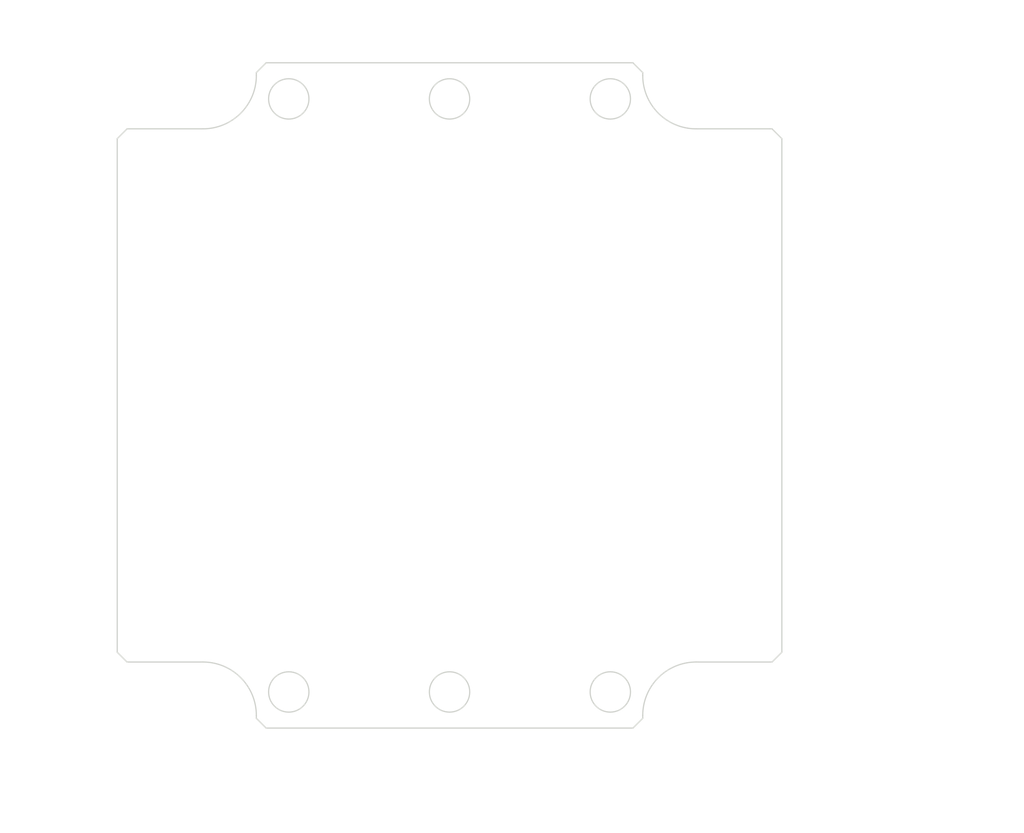
<source format=kicad_pcb>
(kicad_pcb (version 20171130) (host pcbnew "(5.1.0)-1")

  (general
    (thickness 1.6)
    (drawings 116)
    (tracks 0)
    (zones 0)
    (modules 0)
    (nets 1)
  )

  (page A4)
  (layers
    (0 F.Cu signal)
    (31 B.Cu signal)
    (32 B.Adhes user)
    (33 F.Adhes user)
    (34 B.Paste user)
    (35 F.Paste user)
    (36 B.SilkS user)
    (37 F.SilkS user)
    (38 B.Mask user)
    (39 F.Mask user)
    (40 Dwgs.User user)
    (41 Cmts.User user)
    (42 Eco1.User user)
    (43 Eco2.User user)
    (44 Edge.Cuts user)
    (45 Margin user)
    (46 B.CrtYd user)
    (47 F.CrtYd user)
    (48 B.Fab user)
    (49 F.Fab user)
  )

  (setup
    (last_trace_width 0.25)
    (trace_clearance 0.2)
    (zone_clearance 0.508)
    (zone_45_only no)
    (trace_min 0.2)
    (via_size 0.8)
    (via_drill 0.4)
    (via_min_size 0.4)
    (via_min_drill 0.3)
    (uvia_size 0.3)
    (uvia_drill 0.1)
    (uvias_allowed no)
    (uvia_min_size 0.2)
    (uvia_min_drill 0.1)
    (edge_width 0.05)
    (segment_width 0.2)
    (pcb_text_width 0.3)
    (pcb_text_size 1.5 1.5)
    (mod_edge_width 0.12)
    (mod_text_size 1 1)
    (mod_text_width 0.15)
    (pad_size 1.524 1.524)
    (pad_drill 0.762)
    (pad_to_mask_clearance 0.051)
    (solder_mask_min_width 0.25)
    (aux_axis_origin 0 0)
    (visible_elements FFFFFF7F)
    (pcbplotparams
      (layerselection 0x010fc_ffffffff)
      (usegerberextensions false)
      (usegerberattributes false)
      (usegerberadvancedattributes false)
      (creategerberjobfile false)
      (excludeedgelayer true)
      (linewidth 0.152400)
      (plotframeref false)
      (viasonmask false)
      (mode 1)
      (useauxorigin false)
      (hpglpennumber 1)
      (hpglpenspeed 20)
      (hpglpendiameter 15.000000)
      (psnegative false)
      (psa4output false)
      (plotreference true)
      (plotvalue true)
      (plotinvisibletext false)
      (padsonsilk false)
      (subtractmaskfromsilk false)
      (outputformat 1)
      (mirror false)
      (drillshape 1)
      (scaleselection 1)
      (outputdirectory ""))
  )

  (net 0 "")

  (net_class Default "This is the default net class."
    (clearance 0.2)
    (trace_width 0.25)
    (via_dia 0.8)
    (via_drill 0.4)
    (uvia_dia 0.3)
    (uvia_drill 0.1)
  )

  (gr_line (start 137.515141 138.37112) (end 137.515141 138.84102) (layer Edge.Cuts) (width 0.2))
  (gr_arc (start 146.151141 138.37112) (end 146.151141 129.73512) (angle -90) (layer Edge.Cuts) (width 0.2))
  (gr_line (start 158.432041 129.73512) (end 146.151141 129.73512) (layer Edge.Cuts) (width 0.2))
  (gr_arc (start 146.151141 34.78992) (end 137.515141 34.78992) (angle -90) (layer Edge.Cuts) (width 0.2))
  (gr_line (start 137.515141 34.32002) (end 137.515141 34.78992) (layer Edge.Cuts) (width 0.2))
  (gr_line (start 75.005741 34.78992) (end 75.005741 34.32002) (layer Edge.Cuts) (width 0.2))
  (gr_arc (start 66.369741 34.78992) (end 66.369741 43.42592) (angle -90) (layer Edge.Cuts) (width 0.2))
  (gr_line (start 54.088841 43.42592) (end 66.369741 43.42592) (layer Edge.Cuts) (width 0.2))
  (gr_arc (start 66.369741 138.37112) (end 75.005741 138.37112) (angle -90) (layer Edge.Cuts) (width 0.2))
  (gr_line (start 75.005741 138.84102) (end 75.005741 138.37112) (layer Edge.Cuts) (width 0.2))
  (gr_circle (center 80.250841 38.58052) (end 83.514741 38.58052) (layer Edge.Cuts) (width 0.2))
  (gr_circle (center 106.260441 38.58052) (end 109.524341 38.58052) (layer Edge.Cuts) (width 0.2))
  (gr_circle (center 132.270041 38.58052) (end 135.533941 38.58052) (layer Edge.Cuts) (width 0.2))
  (gr_circle (center 132.270041 134.58052) (end 135.533941 134.58052) (layer Edge.Cuts) (width 0.2))
  (gr_circle (center 106.260441 134.58052) (end 109.524341 134.58052) (layer Edge.Cuts) (width 0.2))
  (gr_circle (center 80.250841 134.58052) (end 83.514741 134.58052) (layer Edge.Cuts) (width 0.2))
  (gr_line (start 160.019541 45.01342) (end 160.019541 128.14762) (layer Edge.Cuts) (width 0.2))
  (gr_line (start 135.927641 140.42852) (end 76.593241 140.42852) (layer Edge.Cuts) (width 0.2))
  (gr_line (start 66.369741 129.73512) (end 54.088841 129.73512) (layer Edge.Cuts) (width 0.2))
  (gr_line (start 146.151141 43.42592) (end 158.432041 43.42592) (layer Edge.Cuts) (width 0.2))
  (gr_line (start 76.593241 32.73252) (end 135.927641 32.73252) (layer Edge.Cuts) (width 0.2))
  (gr_line (start 52.501341 128.14762) (end 52.501341 45.01342) (layer Edge.Cuts) (width 0.2))
  (gr_line (start 137.515141 138.84102) (end 135.927641 140.42852) (layer Edge.Cuts) (width 0.2))
  (gr_line (start 160.019541 128.14762) (end 158.432041 129.73512) (layer Edge.Cuts) (width 0.2))
  (gr_line (start 76.593241 140.42852) (end 75.005741 138.84102) (layer Edge.Cuts) (width 0.2))
  (gr_line (start 54.088841 129.73512) (end 52.501341 128.14762) (layer Edge.Cuts) (width 0.2))
  (gr_line (start 158.432041 43.42592) (end 160.019541 45.01342) (layer Edge.Cuts) (width 0.2))
  (gr_line (start 135.927641 32.73252) (end 137.515141 34.32002) (layer Edge.Cuts) (width 0.2))
  (gr_line (start 75.005741 34.32002) (end 76.593241 32.73252) (layer Edge.Cuts) (width 0.2))
  (gr_line (start 52.501341 45.01342) (end 54.088841 43.42592) (layer Edge.Cuts) (width 0.2))
  (gr_text [.23] (at 95.582307 48.702129) (layer Dwgs.User)
    (effects (font (size 2 1.8) (thickness 0.25)))
  )
  (gr_text " 5.85" (at 95.582307 44.799264) (layer Dwgs.User)
    (effects (font (size 2 1.8) (thickness 0.25)))
  )
  (gr_line (start 101.433467 46.62041) (end 99.433467 46.62041) (layer Dwgs.User) (width 0.2))
  (gr_line (start 101.433467 40.58052) (end 101.433467 46.62041) (layer Dwgs.User) (width 0.2))
  (gr_line (start 101.433467 30.73252) (end 101.433467 28.73252) (layer Dwgs.User) (width 0.2))
  (gr_line (start 81.250841 38.58052) (end 104.608467 38.58052) (layer Dwgs.User) (width 0.2))
  (gr_text [1.09] (at 146.144791 28.566337) (layer Dwgs.User)
    (effects (font (size 2 1.8) (thickness 0.25)))
  )
  (gr_text " 27.75" (at 146.144791 24.663472) (layer Dwgs.User)
    (effects (font (size 2 1.8) (thickness 0.25)))
  )
  (gr_line (start 158.019541 26.484618) (end 150.772895 26.484618) (layer Dwgs.User) (width 0.2))
  (gr_line (start 134.270041 26.484618) (end 141.516688 26.484618) (layer Dwgs.User) (width 0.2))
  (gr_line (start 160.019541 44.01342) (end 160.019541 23.309618) (layer Dwgs.User) (width 0.2))
  (gr_line (start 132.270041 37.58052) (end 132.270041 23.309618) (layer Dwgs.User) (width 0.2))
  (gr_text [3.78] (at 86.640184 88.160239) (layer Dwgs.User)
    (effects (font (size 2 1.8) (thickness 0.25)))
  )
  (gr_text " 96.00" (at 86.640184 84.257374) (layer Dwgs.User)
    (effects (font (size 2 1.8) (thickness 0.25)))
  )
  (gr_line (start 86.640184 132.58052) (end 86.640184 89.981385) (layer Dwgs.User) (width 0.2))
  (gr_line (start 86.640184 40.58052) (end 86.640184 82.175655) (layer Dwgs.User) (width 0.2))
  (gr_line (start 81.250841 134.58052) (end 89.815184 134.58052) (layer Dwgs.User) (width 0.2))
  (gr_line (start 81.250841 38.58052) (end 89.815184 38.58052) (layer Dwgs.User) (width 0.2))
  (gr_text "1.59 X 45.0° Chamfer" (at 168.477768 132.14514) (layer Dwgs.User)
    (effects (font (size 2 1.8) (thickness 0.25)) (justify left bottom))
  )
  (gr_line (start 164.859368 131.110842) (end 167.359368 131.110842) (layer Dwgs.User) (width 0.2))
  (gr_line (start 161.558779 129.839796) (end 164.859368 131.110842) (layer Dwgs.User) (width 0.2))
  (gr_line (start 161.379094 130.306393) (end 161.738464 129.373198) (layer Dwgs.User) (width 0.2))
  (gr_line (start 159.225791 128.94137) (end 161.379094 130.306393) (layer Dwgs.User) (width 0.2))
  (gr_line (start 161.738464 129.373198) (end 159.225791 128.94137) (layer Dwgs.User) (width 0.2))
  (gr_line (start 161.379089 130.306392) (end 161.738471 129.373198) (layer Dwgs.User) (width 0.2))
  (gr_line (start 159.225788 128.94137) (end 161.379089 130.306392) (layer Dwgs.User) (width 0.2))
  (gr_line (start 161.738471 129.373198) (end 159.225788 128.94137) (layer Dwgs.User) (width 0.2))
  (gr_line (start 161.558779 129.839796) (end 159.225791 128.94137) (layer Dwgs.User) (width 0.2))
  (gr_text [.89] (at 64.358228 148.618173) (layer Dwgs.User)
    (effects (font (size 2 1.8) (thickness 0.25)))
  )
  (gr_text " 22.50" (at 64.358228 144.715308) (layer Dwgs.User)
    (effects (font (size 2 1.8) (thickness 0.25)))
  )
  (gr_line (start 54.501341 146.536454) (end 59.741038 146.536454) (layer Dwgs.User) (width 0.2))
  (gr_line (start 73.005741 146.536454) (end 68.975417 146.536454) (layer Dwgs.User) (width 0.2))
  (gr_line (start 52.501341 129.14762) (end 52.501341 149.711454) (layer Dwgs.User) (width 0.2))
  (gr_line (start 75.005741 139.84102) (end 75.005741 149.711454) (layer Dwgs.User) (width 0.2))
  (gr_text [.42] (at 47.156842 149.142985) (layer Dwgs.User)
    (effects (font (size 2 1.8) (thickness 0.25)))
  )
  (gr_text " 10.69" (at 47.156842 145.24012) (layer Dwgs.User)
    (effects (font (size 2 1.8) (thickness 0.25)))
  )
  (gr_line (start 53.779489 147.061266) (end 51.779489 147.061266) (layer Dwgs.User) (width 0.2))
  (gr_line (start 53.779489 140.42852) (end 53.779489 147.061266) (layer Dwgs.User) (width 0.2))
  (gr_line (start 53.779489 131.73512) (end 53.779489 138.42852) (layer Dwgs.User) (width 0.2))
  (gr_line (start 53.088841 129.73512) (end 50.604489 129.73512) (layer Dwgs.User) (width 0.2))
  (gr_line (start 75.593241 140.42852) (end 50.604489 140.42852) (layer Dwgs.User) (width 0.2))
  (gr_text [R0.34] (at 131.99845 126.442867) (layer Dwgs.User)
    (effects (font (size 2 1.8) (thickness 0.25)))
  )
  (gr_text " R8.64" (at 131.99845 122.540002) (layer Dwgs.User)
    (effects (font (size 2 1.8) (thickness 0.25)))
  )
  (gr_line (start 139.117004 124.361148) (end 141.378762 128.865917) (layer Dwgs.User) (width 0.2))
  (gr_line (start 137.117004 124.361148) (end 139.117004 124.361148) (layer Dwgs.User) (width 0.2))
  (gr_line (start 80.250841 38.67052) (end 80.250841 38.49052) (layer Dwgs.User) (width 0.2))
  (gr_line (start 80.160841 38.58052) (end 80.340841 38.58052) (layer Dwgs.User) (width 0.2))
  (gr_text " ∅6.53\n[∅0.26]" (at 68.401288 25.789671) (layer Dwgs.User)
    (effects (font (size 2 1.8) (thickness 0.25)))
  )
  (gr_line (start 75.597604 25.789671) (end 78.45125 33.633792) (layer Dwgs.User) (width 0.2))
  (gr_line (start 73.597604 25.789671) (end 75.597604 25.789671) (layer Dwgs.User) (width 0.2))
  (gr_text [1.02] (at 119.265241 28.566337) (layer Dwgs.User)
    (effects (font (size 2 1.8) (thickness 0.25)))
  )
  (gr_text " 26.01" (at 119.265241 24.663472) (layer Dwgs.User)
    (effects (font (size 2 1.8) (thickness 0.25)))
  )
  (gr_line (start 130.270041 26.484618) (end 123.692799 26.484618) (layer Dwgs.User) (width 0.2))
  (gr_line (start 108.260441 26.484618) (end 114.837683 26.484618) (layer Dwgs.User) (width 0.2))
  (gr_line (start 132.270041 37.58052) (end 132.270041 23.309618) (layer Dwgs.User) (width 0.2))
  (gr_line (start 106.260441 37.58052) (end 106.260441 23.309618) (layer Dwgs.User) (width 0.2))
  (gr_text [1.02] (at 93.255641 28.566337) (layer Dwgs.User)
    (effects (font (size 2 1.8) (thickness 0.25)))
  )
  (gr_text " 26.01" (at 93.255641 24.663472) (layer Dwgs.User)
    (effects (font (size 2 1.8) (thickness 0.25)))
  )
  (gr_line (start 104.260441 26.484618) (end 97.683199 26.484618) (layer Dwgs.User) (width 0.2))
  (gr_line (start 82.250841 26.484618) (end 88.828083 26.484618) (layer Dwgs.User) (width 0.2))
  (gr_line (start 106.260441 37.58052) (end 106.260441 23.309618) (layer Dwgs.User) (width 0.2))
  (gr_line (start 80.250841 37.58052) (end 80.250841 23.309618) (layer Dwgs.User) (width 0.2))
  (gr_text [2.46] (at 106.260441 148.534473) (layer Dwgs.User)
    (effects (font (size 2 1.8) (thickness 0.25)))
  )
  (gr_text " 62.51" (at 106.260441 144.631608) (layer Dwgs.User)
    (effects (font (size 2 1.8) (thickness 0.25)))
  )
  (gr_line (start 77.005741 146.452754) (end 101.832883 146.452754) (layer Dwgs.User) (width 0.2))
  (gr_line (start 135.515141 146.452754) (end 110.687999 146.452754) (layer Dwgs.User) (width 0.2))
  (gr_line (start 75.005741 139.84102) (end 75.005741 149.627754) (layer Dwgs.User) (width 0.2))
  (gr_line (start 137.515141 139.84102) (end 137.515141 149.627754) (layer Dwgs.User) (width 0.2))
  (gr_text [4.23] (at 107.05893 155.819313) (layer Dwgs.User)
    (effects (font (size 2 1.8) (thickness 0.25)))
  )
  (gr_text " 107.52" (at 107.05893 151.916448) (layer Dwgs.User)
    (effects (font (size 2 1.8) (thickness 0.25)))
  )
  (gr_line (start 158.019541 153.737594) (end 112.446242 153.737594) (layer Dwgs.User) (width 0.2))
  (gr_line (start 54.501341 153.737594) (end 101.671617 153.737594) (layer Dwgs.User) (width 0.2))
  (gr_line (start 160.019541 129.14762) (end 160.019541 156.912594) (layer Dwgs.User) (width 0.2))
  (gr_line (start 52.501341 129.14762) (end 52.501341 156.912594) (layer Dwgs.User) (width 0.2))
  (gr_text [3.40] (at 47.06986 93.256255) (layer Dwgs.User)
    (effects (font (size 2 1.8) (thickness 0.25)))
  )
  (gr_text " 86.31" (at 47.06986 89.352708) (layer Dwgs.User)
    (effects (font (size 2 1.8) (thickness 0.25)))
  )
  (gr_line (start 47.06986 127.73512) (end 47.06986 95.078083) (layer Dwgs.User) (width 0.2))
  (gr_line (start 47.06986 45.42592) (end 47.06986 87.270989) (layer Dwgs.User) (width 0.2))
  (gr_line (start 53.088841 129.73512) (end 43.89486 129.73512) (layer Dwgs.User) (width 0.2))
  (gr_line (start 53.088841 43.42592) (end 43.89486 43.42592) (layer Dwgs.User) (width 0.2))
  (gr_text [4.24] (at 39.129386 85.501132) (layer Dwgs.User)
    (effects (font (size 2 1.8) (thickness 0.25)))
  )
  (gr_text " 107.70" (at 39.129386 81.598267) (layer Dwgs.User)
    (effects (font (size 2 1.8) (thickness 0.25)))
  )
  (gr_line (start 39.129386 138.42852) (end 39.129386 87.322278) (layer Dwgs.User) (width 0.2))
  (gr_line (start 39.129386 34.73252) (end 39.129386 79.516548) (layer Dwgs.User) (width 0.2))
  (gr_line (start 75.593241 140.42852) (end 35.954386 140.42852) (layer Dwgs.User) (width 0.2))
  (gr_line (start 75.593241 32.73252) (end 35.954386 32.73252) (layer Dwgs.User) (width 0.2))

)

</source>
